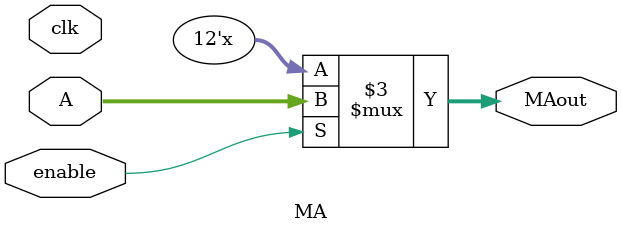
<source format=v>
`timescale 1ns / 1ps
module MA(
input [11:0] A,
input clk,
input enable,
output reg [11:0] MAout
    );

always @ (clk) begin
if (enable == 1) begin
 MAout <= A;
end
end
endmodule

</source>
